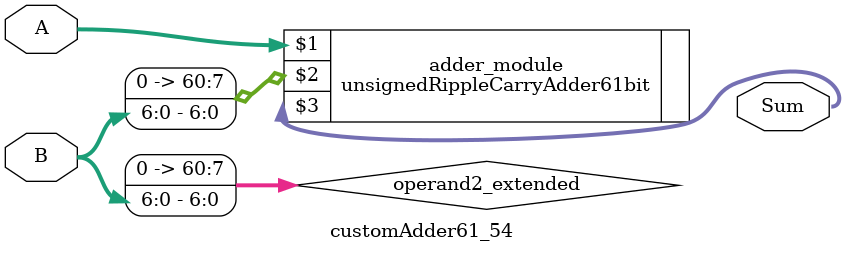
<source format=v>
module customAdder61_54(
                        input [60 : 0] A,
                        input [6 : 0] B,
                        
                        output [61 : 0] Sum
                );

        wire [60 : 0] operand2_extended;
        
        assign operand2_extended =  {54'b0, B};
        
        unsignedRippleCarryAdder61bit adder_module(
            A,
            operand2_extended,
            Sum
        );
        
        endmodule
        
</source>
